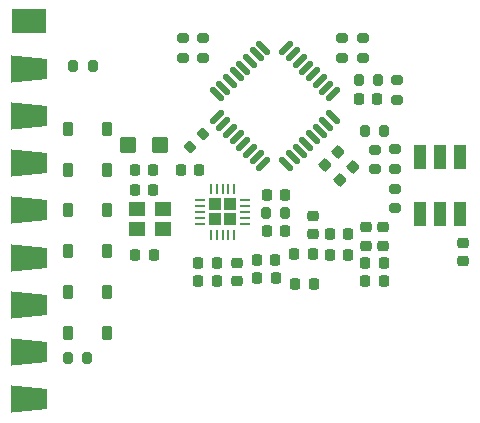
<source format=gbr>
%TF.GenerationSoftware,KiCad,Pcbnew,8.0.4-8.0.4-0~ubuntu22.04.1*%
%TF.CreationDate,2024-08-24T01:42:33-03:00*%
%TF.ProjectId,Anteres-Receiver,416e7465-7265-4732-9d52-656365697665,1.0.1*%
%TF.SameCoordinates,Original*%
%TF.FileFunction,Paste,Top*%
%TF.FilePolarity,Positive*%
%FSLAX46Y46*%
G04 Gerber Fmt 4.6, Leading zero omitted, Abs format (unit mm)*
G04 Created by KiCad (PCBNEW 8.0.4-8.0.4-0~ubuntu22.04.1) date 2024-08-24 01:42:33*
%MOMM*%
%LPD*%
G01*
G04 APERTURE LIST*
G04 Aperture macros list*
%AMRoundRect*
0 Rectangle with rounded corners*
0 $1 Rounding radius*
0 $2 $3 $4 $5 $6 $7 $8 $9 X,Y pos of 4 corners*
0 Add a 4 corners polygon primitive as box body*
4,1,4,$2,$3,$4,$5,$6,$7,$8,$9,$2,$3,0*
0 Add four circle primitives for the rounded corners*
1,1,$1+$1,$2,$3*
1,1,$1+$1,$4,$5*
1,1,$1+$1,$6,$7*
1,1,$1+$1,$8,$9*
0 Add four rect primitives between the rounded corners*
20,1,$1+$1,$2,$3,$4,$5,0*
20,1,$1+$1,$4,$5,$6,$7,0*
20,1,$1+$1,$6,$7,$8,$9,0*
20,1,$1+$1,$8,$9,$2,$3,0*%
%AMOutline4P*
0 Free polygon, 4 corners , with rotation*
0 The origin of the aperture is its center*
0 number of corners: always 4*
0 $1 to $8 corner X, Y*
0 $9 Rotation angle, in degrees counterclockwise*
0 create outline with 4 corners*
4,1,4,$1,$2,$3,$4,$5,$6,$7,$8,$1,$2,$9*%
G04 Aperture macros list end*
%ADD10RoundRect,0.200000X0.053033X-0.335876X0.335876X-0.053033X-0.053033X0.335876X-0.335876X0.053033X0*%
%ADD11RoundRect,0.249999X-0.290001X0.290001X-0.290001X-0.290001X0.290001X-0.290001X0.290001X0.290001X0*%
%ADD12RoundRect,0.062500X-0.062500X0.350000X-0.062500X-0.350000X0.062500X-0.350000X0.062500X0.350000X0*%
%ADD13RoundRect,0.062500X-0.350000X0.062500X-0.350000X-0.062500X0.350000X-0.062500X0.350000X0.062500X0*%
%ADD14RoundRect,0.225000X0.225000X0.250000X-0.225000X0.250000X-0.225000X-0.250000X0.225000X-0.250000X0*%
%ADD15RoundRect,0.225000X-0.225000X-0.375000X0.225000X-0.375000X0.225000X0.375000X-0.225000X0.375000X0*%
%ADD16RoundRect,0.200000X-0.200000X-0.275000X0.200000X-0.275000X0.200000X0.275000X-0.200000X0.275000X0*%
%ADD17RoundRect,0.218750X-0.256250X0.218750X-0.256250X-0.218750X0.256250X-0.218750X0.256250X0.218750X0*%
%ADD18RoundRect,0.218750X-0.218750X-0.256250X0.218750X-0.256250X0.218750X0.256250X-0.218750X0.256250X0*%
%ADD19RoundRect,0.225000X-0.250000X0.225000X-0.250000X-0.225000X0.250000X-0.225000X0.250000X0.225000X0*%
%ADD20RoundRect,0.200000X-0.275000X0.200000X-0.275000X-0.200000X0.275000X-0.200000X0.275000X0.200000X0*%
%ADD21R,3.000000X2.000000*%
%ADD22Outline4P,-1.500000X-1.150000X1.500000X-0.850000X1.500000X0.850000X-1.500000X1.150000X0.000000*%
%ADD23RoundRect,0.225000X-0.225000X-0.250000X0.225000X-0.250000X0.225000X0.250000X-0.225000X0.250000X0*%
%ADD24RoundRect,0.200000X0.275000X-0.200000X0.275000X0.200000X-0.275000X0.200000X-0.275000X-0.200000X0*%
%ADD25RoundRect,0.218750X0.218750X0.256250X-0.218750X0.256250X-0.218750X-0.256250X0.218750X-0.256250X0*%
%ADD26R,1.400000X1.200000*%
%ADD27RoundRect,0.200000X0.200000X0.275000X-0.200000X0.275000X-0.200000X-0.275000X0.200000X-0.275000X0*%
%ADD28RoundRect,0.225000X0.250000X-0.225000X0.250000X0.225000X-0.250000X0.225000X-0.250000X-0.225000X0*%
%ADD29RoundRect,0.225000X0.017678X-0.335876X0.335876X-0.017678X-0.017678X0.335876X-0.335876X0.017678X0*%
%ADD30R,1.100000X2.000000*%
%ADD31RoundRect,0.218750X0.256250X-0.218750X0.256250X0.218750X-0.256250X0.218750X-0.256250X-0.218750X0*%
%ADD32RoundRect,0.250000X-0.450000X-0.425000X0.450000X-0.425000X0.450000X0.425000X-0.450000X0.425000X0*%
%ADD33RoundRect,0.125000X0.530330X-0.353553X-0.353553X0.530330X-0.530330X0.353553X0.353553X-0.530330X0*%
%ADD34RoundRect,0.125000X0.530330X0.353553X0.353553X0.530330X-0.530330X-0.353553X-0.353553X-0.530330X0*%
G04 APERTURE END LIST*
D10*
%TO.C,R201*%
X155833274Y-94666726D03*
X157000000Y-93500000D03*
%TD*%
D11*
%TO.C,U401*%
X159250000Y-99500000D03*
X158000000Y-99500000D03*
X159250000Y-100750000D03*
X158000000Y-100750000D03*
D12*
X159625000Y-98187500D03*
X159125000Y-98187500D03*
X158625000Y-98187501D03*
X158125000Y-98187500D03*
X157625000Y-98187500D03*
D13*
X156687500Y-99125000D03*
X156687500Y-99625000D03*
X156687501Y-100125000D03*
X156687500Y-100625000D03*
X156687500Y-101125000D03*
D12*
X157625000Y-102062500D03*
X158125000Y-102062500D03*
X158625000Y-102062499D03*
X159125000Y-102062500D03*
X159625000Y-102062500D03*
D13*
X160562500Y-101125000D03*
X160562500Y-100625000D03*
X160562499Y-100125000D03*
X160562500Y-99625000D03*
X160562500Y-99125000D03*
%TD*%
D14*
%TO.C,C409*%
X166349301Y-106228643D03*
X164799301Y-106228643D03*
%TD*%
D15*
%TO.C,D303*%
X145500000Y-103450000D03*
X148800000Y-103450000D03*
%TD*%
%TO.C,D304*%
X145500000Y-100000000D03*
X148800000Y-100000000D03*
%TD*%
D16*
%TO.C,R301*%
X145500000Y-112500000D03*
X147150000Y-112500000D03*
%TD*%
D17*
%TO.C,L406*%
X170750000Y-101424998D03*
X170750000Y-103000000D03*
%TD*%
D18*
%TO.C,L407*%
X170712499Y-106000000D03*
X172287501Y-106000000D03*
%TD*%
D19*
%TO.C,C414*%
X172250000Y-101437499D03*
X172250000Y-102987499D03*
%TD*%
D15*
%TO.C,D302*%
X145500000Y-106900000D03*
X148800000Y-106900000D03*
%TD*%
%TO.C,D305*%
X145500000Y-96550000D03*
X148800000Y-96550000D03*
%TD*%
D20*
%TO.C,R204*%
X171500000Y-94850000D03*
X171500000Y-96500000D03*
%TD*%
D21*
%TO.C,J301*%
X142250000Y-84000000D03*
D22*
X142250000Y-88000000D03*
X142250000Y-92000000D03*
X142250000Y-96000000D03*
X142250000Y-100000000D03*
X142250000Y-104000000D03*
X142250000Y-108000000D03*
X142250000Y-112000000D03*
X142250000Y-116000000D03*
%TD*%
D16*
%TO.C,R302*%
X146000000Y-87750000D03*
X147650000Y-87750000D03*
%TD*%
D23*
%TO.C,C405*%
X162350000Y-98728643D03*
X163900000Y-98728643D03*
%TD*%
%TO.C,C204*%
X170175000Y-90600000D03*
X171725000Y-90600000D03*
%TD*%
D24*
%TO.C,R505*%
X170500000Y-87075000D03*
X170500000Y-85425000D03*
%TD*%
D23*
%TO.C,C412*%
X161549301Y-104203643D03*
X163099301Y-104203643D03*
%TD*%
D15*
%TO.C,D306*%
X145500000Y-93100000D03*
X148800000Y-93100000D03*
%TD*%
D25*
%TO.C,L403*%
X166287501Y-103728643D03*
X164712499Y-103728643D03*
%TD*%
D26*
%TO.C,Y401*%
X153600000Y-99900000D03*
X151400000Y-99900000D03*
X151400000Y-101600000D03*
X153600000Y-101600000D03*
%TD*%
D23*
%TO.C,C404*%
X162350000Y-101728643D03*
X163900000Y-101728643D03*
%TD*%
D24*
%TO.C,R205*%
X173250000Y-99825000D03*
X173250000Y-98175000D03*
%TD*%
D27*
%TO.C,R503*%
X172325000Y-93250000D03*
X170675000Y-93250000D03*
%TD*%
D20*
%TO.C,R203*%
X173250000Y-94825000D03*
X173250000Y-96475000D03*
%TD*%
D23*
%TO.C,C415*%
X170725000Y-104462499D03*
X172275000Y-104462499D03*
%TD*%
D18*
%TO.C,L405*%
X167712500Y-103750000D03*
X169287500Y-103750000D03*
%TD*%
D28*
%TO.C,C411*%
X166250000Y-102003643D03*
X166250000Y-100453643D03*
%TD*%
D15*
%TO.C,D301*%
X145500000Y-110350000D03*
X148800000Y-110350000D03*
%TD*%
D29*
%TO.C,C202*%
X168550699Y-97396357D03*
X169646715Y-96300341D03*
%TD*%
D24*
%TO.C,R502*%
X157000000Y-87075000D03*
X157000000Y-85425000D03*
%TD*%
D29*
%TO.C,C203*%
X167300699Y-96146357D03*
X168396715Y-95050341D03*
%TD*%
D16*
%TO.C,R202*%
X170175000Y-89000000D03*
X171825000Y-89000000D03*
%TD*%
D14*
%TO.C,C401*%
X152775000Y-98250000D03*
X151225000Y-98250000D03*
%TD*%
D30*
%TO.C,D201*%
X178700000Y-95500000D03*
X177000000Y-95500000D03*
X175300000Y-95500000D03*
X175300000Y-100300000D03*
X177000000Y-100300000D03*
X178700000Y-100300000D03*
%TD*%
D18*
%TO.C,L402*%
X156536800Y-104478643D03*
X158111802Y-104478643D03*
%TD*%
D28*
%TO.C,C410*%
X159824301Y-106003643D03*
X159824301Y-104453643D03*
%TD*%
D24*
%TO.C,R504*%
X168750000Y-87075000D03*
X168750000Y-85425000D03*
%TD*%
D18*
%TO.C,L404*%
X161536801Y-105728643D03*
X163111801Y-105728643D03*
%TD*%
D24*
%TO.C,R501*%
X155250000Y-87075000D03*
X155250000Y-85425000D03*
%TD*%
%TO.C,R206*%
X173400000Y-90650000D03*
X173400000Y-89000000D03*
%TD*%
D23*
%TO.C,C402*%
X151250000Y-103750000D03*
X152800000Y-103750000D03*
%TD*%
D14*
%TO.C,C406*%
X152775000Y-96625000D03*
X151225000Y-96625000D03*
%TD*%
D31*
%TO.C,D202*%
X179000000Y-104325002D03*
X179000000Y-102750000D03*
%TD*%
D14*
%TO.C,C413*%
X169275000Y-102000000D03*
X167725000Y-102000000D03*
%TD*%
D18*
%TO.C,L401*%
X156536800Y-105978643D03*
X158111802Y-105978643D03*
%TD*%
D32*
%TO.C,C201*%
X150650000Y-94500000D03*
X153350000Y-94500000D03*
%TD*%
D33*
%TO.C,U201*%
X164022971Y-96078427D03*
X164588656Y-95512741D03*
X165154342Y-94947056D03*
X165720027Y-94381371D03*
X166285713Y-93815685D03*
X166851398Y-93250000D03*
X167417083Y-92684314D03*
X167982769Y-92118629D03*
D34*
X167982769Y-90174085D03*
X167417083Y-89608400D03*
X166851398Y-89042714D03*
X166285713Y-88477029D03*
X165720027Y-87911343D03*
X165154342Y-87345658D03*
X164588656Y-86779973D03*
X164022971Y-86214287D03*
D33*
X162078427Y-86214287D03*
X161512742Y-86779973D03*
X160947056Y-87345658D03*
X160381371Y-87911343D03*
X159815685Y-88477029D03*
X159250000Y-89042714D03*
X158684315Y-89608400D03*
X158118629Y-90174085D03*
D34*
X158118629Y-92118629D03*
X158684315Y-92684314D03*
X159250000Y-93250000D03*
X159815685Y-93815685D03*
X160381371Y-94381371D03*
X160947056Y-94947056D03*
X161512742Y-95512741D03*
X162078427Y-96078427D03*
%TD*%
D16*
%TO.C,R401*%
X162300000Y-100228643D03*
X163950000Y-100228643D03*
%TD*%
D14*
%TO.C,C403*%
X156625000Y-96625000D03*
X155075000Y-96625000D03*
%TD*%
M02*

</source>
